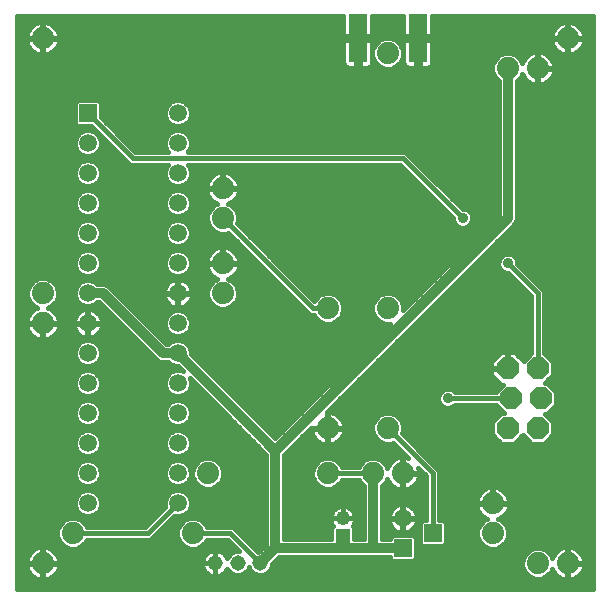
<source format=gbl>
G75*
G70*
%OFA0B0*%
%FSLAX24Y24*%
%IPPOS*%
%LPD*%
%AMOC8*
5,1,8,0,0,1.08239X$1,22.5*
%
%ADD10C,0.0515*%
%ADD11OC8,0.0740*%
%ADD12R,0.0600X0.1600*%
%ADD13C,0.0740*%
%ADD14R,0.0590X0.0590*%
%ADD15C,0.0590*%
%ADD16R,0.0480X0.0480*%
%ADD17C,0.0480*%
%ADD18C,0.0320*%
%ADD19C,0.0160*%
%ADD20C,0.0356*%
D10*
X007430Y002180D03*
X008180Y002180D03*
X008930Y002180D03*
D11*
X017180Y006680D03*
X017280Y007680D03*
X018280Y007680D03*
X018180Y006680D03*
X018180Y008680D03*
X017180Y008680D03*
D12*
X014180Y019680D03*
X012180Y019680D03*
D13*
X013180Y019180D03*
X017180Y018680D03*
X018180Y018680D03*
X019180Y019680D03*
X013180Y010680D03*
X011180Y010680D03*
X007680Y011180D03*
X007680Y012180D03*
X007680Y013680D03*
X007680Y014680D03*
X001680Y011180D03*
X001680Y010180D03*
X007180Y005180D03*
X006680Y003180D03*
X002680Y003180D03*
X001680Y002180D03*
X011180Y005180D03*
X011180Y006680D03*
X012680Y005180D03*
X013680Y005180D03*
X013180Y006680D03*
X016680Y004180D03*
X016680Y003180D03*
X018180Y002180D03*
X019180Y002180D03*
X001680Y019680D03*
D14*
X003180Y017180D03*
X014680Y003180D03*
X013680Y002680D03*
D15*
X013680Y003680D03*
X006180Y004180D03*
X006180Y005180D03*
X006180Y006180D03*
X006180Y007180D03*
X006180Y008180D03*
X006180Y009180D03*
X006180Y010180D03*
X006180Y011180D03*
X006180Y012180D03*
X006180Y013180D03*
X006180Y014180D03*
X006180Y015180D03*
X006180Y016180D03*
X006180Y017180D03*
X003180Y016180D03*
X003180Y015180D03*
X003180Y014180D03*
X003180Y013180D03*
X003180Y012180D03*
X003180Y011180D03*
X003180Y010180D03*
X003180Y009180D03*
X003180Y008180D03*
X003180Y007180D03*
X003180Y006180D03*
X003180Y005180D03*
X003180Y004180D03*
D16*
X011680Y003090D03*
D17*
X011680Y003680D03*
D18*
X011680Y003090D02*
X011680Y002680D01*
X012680Y002680D01*
X012680Y005180D01*
X012680Y002680D02*
X013680Y002680D01*
X011680Y002680D02*
X009430Y002680D01*
X008930Y002180D01*
X009430Y002680D02*
X009430Y005930D01*
X017180Y013680D01*
X017180Y018680D01*
X006180Y009180D02*
X009430Y005930D01*
X006180Y009180D02*
X005680Y009180D01*
X003680Y011180D01*
X003180Y011180D01*
D19*
X000820Y020410D02*
X000820Y001320D01*
X020032Y001320D01*
X020032Y020410D01*
X014660Y020410D01*
X014660Y019750D01*
X014250Y019750D01*
X014250Y019610D01*
X014660Y019610D01*
X014660Y018856D01*
X014648Y018811D01*
X014624Y018769D01*
X014591Y018736D01*
X014549Y018712D01*
X014504Y018700D01*
X014250Y018700D01*
X014250Y019610D01*
X014110Y019610D01*
X013700Y019610D01*
X013700Y018856D01*
X013712Y018811D01*
X013736Y018769D01*
X013769Y018736D01*
X013811Y018712D01*
X013856Y018700D01*
X014110Y018700D01*
X014110Y019610D01*
X014110Y019750D01*
X013700Y019750D01*
X013700Y020410D01*
X012660Y020410D01*
X012660Y019750D01*
X012250Y019750D01*
X012250Y019610D01*
X012660Y019610D01*
X012660Y018856D01*
X012648Y018811D01*
X012624Y018769D01*
X012591Y018736D01*
X012549Y018712D01*
X012504Y018700D01*
X012250Y018700D01*
X012250Y019610D01*
X012110Y019610D01*
X012110Y018700D01*
X011856Y018700D01*
X011811Y018712D01*
X011769Y018736D01*
X011736Y018769D01*
X011712Y018811D01*
X011700Y018856D01*
X011700Y019610D01*
X012110Y019610D01*
X012110Y019750D01*
X011700Y019750D01*
X011700Y020410D01*
X000820Y020410D01*
X000820Y020359D02*
X011700Y020359D01*
X011700Y020200D02*
X001859Y020200D01*
X001891Y020190D02*
X001809Y020216D01*
X001723Y020230D01*
X001700Y020230D01*
X001700Y019700D01*
X001660Y019700D01*
X001660Y020230D01*
X001637Y020230D01*
X001551Y020216D01*
X001469Y020190D01*
X001392Y020150D01*
X001322Y020100D01*
X001260Y020038D01*
X001210Y019968D01*
X001170Y019891D01*
X001144Y019809D01*
X001130Y019723D01*
X001130Y019700D01*
X001660Y019700D01*
X001660Y019660D01*
X001130Y019660D01*
X001130Y019637D01*
X001144Y019551D01*
X001170Y019469D01*
X001210Y019392D01*
X001260Y019322D01*
X001322Y019260D01*
X001392Y019210D01*
X001469Y019170D01*
X001551Y019144D01*
X001637Y019130D01*
X001660Y019130D01*
X001660Y019660D01*
X001700Y019660D01*
X001700Y019700D01*
X002230Y019700D01*
X002230Y019723D01*
X002216Y019809D01*
X002190Y019891D01*
X002150Y019968D01*
X002100Y020038D01*
X002038Y020100D01*
X001968Y020150D01*
X001891Y020190D01*
X001700Y020200D02*
X001660Y020200D01*
X001660Y020042D02*
X001700Y020042D01*
X001700Y019883D02*
X001660Y019883D01*
X001660Y019725D02*
X001700Y019725D01*
X001700Y019660D02*
X002230Y019660D01*
X002230Y019637D01*
X002216Y019551D01*
X002190Y019469D01*
X002150Y019392D01*
X002100Y019322D01*
X002038Y019260D01*
X001968Y019210D01*
X001891Y019170D01*
X001809Y019144D01*
X001723Y019130D01*
X001700Y019130D01*
X001700Y019660D01*
X001700Y019566D02*
X001660Y019566D01*
X001660Y019408D02*
X001700Y019408D01*
X001700Y019249D02*
X001660Y019249D01*
X001337Y019249D02*
X000820Y019249D01*
X000820Y019091D02*
X011700Y019091D01*
X011700Y019249D02*
X002023Y019249D01*
X002158Y019408D02*
X011700Y019408D01*
X011700Y019566D02*
X002219Y019566D01*
X002230Y019725D02*
X012110Y019725D01*
X012250Y019725D02*
X014110Y019725D01*
X014250Y019725D02*
X018630Y019725D01*
X018630Y019723D02*
X018630Y019700D01*
X019160Y019700D01*
X019160Y020230D01*
X019137Y020230D01*
X019051Y020216D01*
X018969Y020190D01*
X018892Y020150D01*
X018822Y020100D01*
X018760Y020038D01*
X018710Y019968D01*
X018670Y019891D01*
X018644Y019809D01*
X018630Y019723D01*
X018630Y019660D02*
X018630Y019637D01*
X018644Y019551D01*
X018670Y019469D01*
X018710Y019392D01*
X018760Y019322D01*
X018822Y019260D01*
X018892Y019210D01*
X018969Y019170D01*
X019051Y019144D01*
X019137Y019130D01*
X019160Y019130D01*
X019160Y019660D01*
X018630Y019660D01*
X018641Y019566D02*
X014660Y019566D01*
X014660Y019408D02*
X018702Y019408D01*
X018837Y019249D02*
X014660Y019249D01*
X014660Y019091D02*
X016869Y019091D01*
X016891Y019112D02*
X016748Y018969D01*
X016670Y018781D01*
X016670Y018579D01*
X016748Y018391D01*
X016880Y018259D01*
X016880Y013804D01*
X013690Y010614D01*
X013690Y010781D01*
X013612Y010969D01*
X013469Y011112D01*
X013281Y011190D01*
X013079Y011190D01*
X012891Y011112D01*
X012748Y010969D01*
X012670Y010781D01*
X012670Y010579D01*
X012748Y010391D01*
X012891Y010248D01*
X013079Y010170D01*
X013246Y010170D01*
X009430Y006354D01*
X006615Y009169D01*
X006615Y009267D01*
X006549Y009426D01*
X006426Y009549D01*
X006267Y009615D01*
X006093Y009615D01*
X005934Y009549D01*
X005865Y009480D01*
X005804Y009480D01*
X003850Y011434D01*
X003740Y011480D01*
X003495Y011480D01*
X003426Y011549D01*
X003267Y011615D01*
X003093Y011615D01*
X002934Y011549D01*
X002811Y011426D01*
X002745Y011267D01*
X002745Y011093D01*
X002811Y010934D01*
X002934Y010811D01*
X003093Y010745D01*
X003267Y010745D01*
X003426Y010811D01*
X003495Y010880D01*
X003556Y010880D01*
X005426Y009010D01*
X005510Y008926D01*
X005620Y008880D01*
X005865Y008880D01*
X005934Y008811D01*
X006093Y008745D01*
X006191Y008745D01*
X006359Y008577D01*
X006267Y008615D01*
X006093Y008615D01*
X005934Y008549D01*
X005811Y008426D01*
X005745Y008267D01*
X005745Y008093D01*
X005811Y007934D01*
X005934Y007811D01*
X006093Y007745D01*
X006267Y007745D01*
X006426Y007811D01*
X006549Y007934D01*
X006615Y008093D01*
X006615Y008267D01*
X006577Y008359D01*
X009130Y005806D01*
X009130Y002804D01*
X008903Y002577D01*
X008851Y002577D01*
X008846Y002575D01*
X008021Y003400D01*
X007141Y003400D01*
X007112Y003469D01*
X006969Y003612D01*
X006781Y003690D01*
X006579Y003690D01*
X006391Y003612D01*
X006248Y003469D01*
X006170Y003281D01*
X006170Y003079D01*
X006248Y002891D01*
X006391Y002748D01*
X006579Y002670D01*
X006781Y002670D01*
X006969Y002748D01*
X007112Y002891D01*
X007141Y002960D01*
X007839Y002960D01*
X008221Y002577D01*
X008101Y002577D01*
X007955Y002517D01*
X007843Y002405D01*
X007827Y002365D01*
X007804Y002409D01*
X007764Y002465D01*
X007715Y002514D01*
X007659Y002554D01*
X007598Y002585D01*
X007532Y002607D01*
X007464Y002617D01*
X007430Y002617D01*
X007396Y002617D01*
X007328Y002607D01*
X007262Y002585D01*
X007201Y002554D01*
X007145Y002514D01*
X007096Y002465D01*
X007056Y002409D01*
X007025Y002348D01*
X007003Y002282D01*
X006993Y002214D01*
X006993Y002180D01*
X006993Y002146D01*
X007003Y002078D01*
X007025Y002012D01*
X007056Y001951D01*
X007096Y001895D01*
X007145Y001846D01*
X007201Y001806D01*
X007262Y001775D01*
X007328Y001753D01*
X007396Y001743D01*
X007430Y001743D01*
X007464Y001743D01*
X007532Y001753D01*
X007598Y001775D01*
X007659Y001806D01*
X007715Y001846D01*
X007764Y001895D01*
X007804Y001951D01*
X007827Y001995D01*
X007843Y001955D01*
X007955Y001843D01*
X008101Y001783D01*
X008259Y001783D01*
X008405Y001843D01*
X008517Y001955D01*
X008555Y002047D01*
X008593Y001955D01*
X008705Y001843D01*
X008851Y001783D01*
X009009Y001783D01*
X009155Y001843D01*
X009267Y001955D01*
X009327Y002101D01*
X009327Y002153D01*
X009554Y002380D01*
X013245Y002380D01*
X013245Y002327D01*
X013327Y002245D01*
X014033Y002245D01*
X014115Y002327D01*
X014115Y003033D01*
X014033Y003115D01*
X013327Y003115D01*
X013245Y003033D01*
X013245Y002980D01*
X012980Y002980D01*
X012980Y004759D01*
X013112Y004891D01*
X013159Y005004D01*
X013170Y004969D01*
X013210Y004892D01*
X013260Y004822D01*
X013322Y004760D01*
X013392Y004710D01*
X013469Y004670D01*
X013551Y004644D01*
X013637Y004630D01*
X013660Y004630D01*
X013660Y005160D01*
X013700Y005160D01*
X013700Y005200D01*
X014230Y005200D01*
X014230Y005223D01*
X014216Y005309D01*
X014205Y005344D01*
X014460Y005089D01*
X014460Y003615D01*
X014327Y003615D01*
X014245Y003533D01*
X014245Y002827D01*
X014327Y002745D01*
X015033Y002745D01*
X015115Y002827D01*
X015115Y003533D01*
X015033Y003615D01*
X014900Y003615D01*
X014900Y005271D01*
X014771Y005400D01*
X013661Y006510D01*
X013690Y006579D01*
X013690Y006781D01*
X013612Y006969D01*
X013469Y007112D01*
X013281Y007190D01*
X013079Y007190D01*
X012891Y007112D01*
X012748Y006969D01*
X012670Y006781D01*
X012670Y006579D01*
X012748Y006391D01*
X012891Y006248D01*
X013079Y006170D01*
X013281Y006170D01*
X013350Y006199D01*
X013844Y005705D01*
X013809Y005716D01*
X013723Y005730D01*
X013700Y005730D01*
X013700Y005200D01*
X013660Y005200D01*
X013660Y005730D01*
X013637Y005730D01*
X013551Y005716D01*
X013469Y005690D01*
X013392Y005650D01*
X013322Y005600D01*
X013260Y005538D01*
X013210Y005468D01*
X013170Y005391D01*
X013159Y005356D01*
X013112Y005469D01*
X012969Y005612D01*
X012781Y005690D01*
X012579Y005690D01*
X012391Y005612D01*
X012248Y005469D01*
X012219Y005400D01*
X011641Y005400D01*
X011612Y005469D01*
X011469Y005612D01*
X011281Y005690D01*
X011079Y005690D01*
X010891Y005612D01*
X010748Y005469D01*
X010670Y005281D01*
X010670Y005079D01*
X010748Y004891D01*
X010891Y004748D01*
X011079Y004670D01*
X011281Y004670D01*
X011469Y004748D01*
X011612Y004891D01*
X011641Y004960D01*
X012219Y004960D01*
X012248Y004891D01*
X012380Y004759D01*
X012380Y002980D01*
X012060Y002980D01*
X012060Y003388D01*
X012018Y003430D01*
X012039Y003460D01*
X012069Y003519D01*
X012090Y003582D01*
X012100Y003647D01*
X012100Y003680D01*
X012100Y003713D01*
X012090Y003778D01*
X012069Y003841D01*
X012039Y003900D01*
X012000Y003954D01*
X011954Y004000D01*
X011900Y004039D01*
X011841Y004069D01*
X011778Y004090D01*
X011713Y004100D01*
X011680Y004100D01*
X011680Y003680D01*
X011680Y003680D01*
X012100Y003680D01*
X011680Y003680D01*
X011680Y003680D01*
X011680Y003680D01*
X011260Y003680D01*
X011260Y003713D01*
X011270Y003778D01*
X011291Y003841D01*
X011321Y003900D01*
X011360Y003954D01*
X011406Y004000D01*
X011460Y004039D01*
X011519Y004069D01*
X011582Y004090D01*
X011647Y004100D01*
X011680Y004100D01*
X011680Y003680D01*
X011260Y003680D01*
X011260Y003647D01*
X011270Y003582D01*
X011291Y003519D01*
X011321Y003460D01*
X011342Y003430D01*
X011300Y003388D01*
X011300Y002980D01*
X009730Y002980D01*
X009730Y005806D01*
X010630Y006706D01*
X010630Y006689D01*
X011171Y006689D01*
X011171Y007230D01*
X011154Y007230D01*
X017350Y013426D01*
X017434Y013510D01*
X017480Y013620D01*
X017480Y018259D01*
X017612Y018391D01*
X017659Y018504D01*
X017670Y018469D01*
X017710Y018392D01*
X017760Y018322D01*
X017822Y018260D01*
X017892Y018210D01*
X017969Y018170D01*
X018051Y018144D01*
X018137Y018130D01*
X018160Y018130D01*
X018160Y018660D01*
X018200Y018660D01*
X018200Y018700D01*
X018160Y018700D01*
X018160Y019230D01*
X018137Y019230D01*
X018051Y019216D01*
X017969Y019190D01*
X017892Y019150D01*
X017822Y019100D01*
X017760Y019038D01*
X017710Y018968D01*
X017670Y018891D01*
X017659Y018856D01*
X017612Y018969D01*
X017469Y019112D01*
X017281Y019190D01*
X017079Y019190D01*
X016891Y019112D01*
X016732Y018932D02*
X014660Y018932D01*
X014626Y018774D02*
X016670Y018774D01*
X016670Y018615D02*
X000820Y018615D01*
X000820Y018457D02*
X016721Y018457D01*
X016841Y018298D02*
X000820Y018298D01*
X000820Y018140D02*
X016880Y018140D01*
X016880Y017981D02*
X000820Y017981D01*
X000820Y017823D02*
X016880Y017823D01*
X016880Y017664D02*
X000820Y017664D01*
X000820Y017506D02*
X002745Y017506D01*
X002745Y017533D02*
X002745Y016827D01*
X002827Y016745D01*
X003304Y016745D01*
X004589Y015460D01*
X005845Y015460D01*
X005811Y015426D01*
X005745Y015267D01*
X005745Y015093D01*
X005811Y014934D01*
X005934Y014811D01*
X003426Y014811D01*
X003549Y014934D01*
X003615Y015093D01*
X003615Y015267D01*
X003549Y015426D01*
X003426Y015549D01*
X003267Y015615D01*
X003093Y015615D01*
X002934Y015549D01*
X002811Y015426D01*
X002745Y015267D01*
X002745Y015093D01*
X002811Y014934D01*
X002934Y014811D01*
X000820Y014811D01*
X000820Y014653D02*
X007130Y014653D01*
X007130Y014660D02*
X007130Y014637D01*
X007144Y014551D01*
X007170Y014469D01*
X007210Y014392D01*
X007260Y014322D01*
X007322Y014260D01*
X007392Y014210D01*
X007469Y014170D01*
X007504Y014159D01*
X007391Y014112D01*
X007248Y013969D01*
X007170Y013781D01*
X007170Y013579D01*
X007248Y013391D01*
X007391Y013248D01*
X007579Y013170D01*
X007781Y013170D01*
X007850Y013199D01*
X010460Y010589D01*
X010589Y010460D01*
X010719Y010460D01*
X010748Y010391D01*
X010891Y010248D01*
X011079Y010170D01*
X011281Y010170D01*
X011469Y010248D01*
X011612Y010391D01*
X011690Y010579D01*
X011690Y010781D01*
X011612Y010969D01*
X011469Y011112D01*
X011281Y011190D01*
X011079Y011190D01*
X010891Y011112D01*
X010748Y010969D01*
X010734Y010937D01*
X008161Y013510D01*
X008190Y013579D01*
X008190Y013781D01*
X008112Y013969D01*
X007969Y014112D01*
X007856Y014159D01*
X007891Y014170D01*
X007968Y014210D01*
X008038Y014260D01*
X008100Y014322D01*
X008150Y014392D01*
X008190Y014469D01*
X008216Y014551D01*
X008230Y014637D01*
X008230Y014660D01*
X007700Y014660D01*
X007700Y014700D01*
X008230Y014700D01*
X008230Y014723D01*
X008216Y014809D01*
X008190Y014891D01*
X008150Y014968D01*
X008100Y015038D01*
X008038Y015100D01*
X007968Y015150D01*
X007891Y015190D01*
X007809Y015216D01*
X007723Y015230D01*
X007700Y015230D01*
X007700Y014700D01*
X007660Y014700D01*
X007660Y015230D01*
X007637Y015230D01*
X007551Y015216D01*
X007469Y015190D01*
X007392Y015150D01*
X007322Y015100D01*
X007260Y015038D01*
X007210Y014968D01*
X007170Y014891D01*
X007144Y014809D01*
X007130Y014723D01*
X007130Y014700D01*
X007660Y014700D01*
X007660Y014660D01*
X007130Y014660D01*
X007144Y014811D02*
X006426Y014811D01*
X006549Y014934D01*
X006615Y015093D01*
X006615Y015267D01*
X006549Y015426D01*
X006515Y015460D01*
X013589Y015460D01*
X015362Y013687D01*
X015362Y013617D01*
X015410Y013500D01*
X015500Y013410D01*
X015617Y013362D01*
X015743Y013362D01*
X015860Y013410D01*
X015950Y013500D01*
X015998Y013617D01*
X015998Y013743D01*
X015950Y013860D01*
X016880Y013860D01*
X016880Y014019D02*
X015653Y014019D01*
X015673Y013998D02*
X013900Y015771D01*
X013771Y015900D01*
X006515Y015900D01*
X006549Y015934D01*
X006615Y016093D01*
X006615Y016267D01*
X006549Y016426D01*
X006426Y016549D01*
X006267Y016615D01*
X006093Y016615D01*
X005934Y016549D01*
X005811Y016426D01*
X005745Y016267D01*
X005745Y016093D01*
X005811Y015934D01*
X005845Y015900D01*
X004771Y015900D01*
X003615Y017056D01*
X003615Y017533D01*
X003533Y017615D01*
X002827Y017615D01*
X002745Y017533D01*
X002745Y017347D02*
X000820Y017347D01*
X000820Y017189D02*
X002745Y017189D01*
X002745Y017030D02*
X000820Y017030D01*
X000820Y016872D02*
X002745Y016872D01*
X002934Y016549D02*
X002811Y016426D01*
X002745Y016267D01*
X002745Y016093D01*
X002811Y015934D01*
X002934Y015811D01*
X003093Y015745D01*
X003267Y015745D01*
X003426Y015811D01*
X003549Y015934D01*
X003615Y016093D01*
X003615Y016267D01*
X003549Y016426D01*
X003426Y016549D01*
X003267Y016615D01*
X003093Y016615D01*
X002934Y016549D01*
X002947Y016555D02*
X000820Y016555D01*
X000820Y016713D02*
X003336Y016713D01*
X003413Y016555D02*
X003494Y016555D01*
X003561Y016396D02*
X003653Y016396D01*
X003615Y016238D02*
X003811Y016238D01*
X003970Y016079D02*
X003609Y016079D01*
X003536Y015921D02*
X004128Y015921D01*
X004287Y015762D02*
X003308Y015762D01*
X003294Y015604D02*
X004445Y015604D01*
X004680Y015680D02*
X003180Y017180D01*
X003615Y017189D02*
X005745Y017189D01*
X005745Y017267D02*
X005745Y017093D01*
X005811Y016934D01*
X005934Y016811D01*
X006093Y016745D01*
X006267Y016745D01*
X006426Y016811D01*
X006549Y016934D01*
X006615Y017093D01*
X006615Y017267D01*
X006549Y017426D01*
X006426Y017549D01*
X006267Y017615D01*
X006093Y017615D01*
X005934Y017549D01*
X005811Y017426D01*
X005745Y017267D01*
X005778Y017347D02*
X003615Y017347D01*
X003615Y017506D02*
X005890Y017506D01*
X005771Y017030D02*
X003641Y017030D01*
X003800Y016872D02*
X005873Y016872D01*
X005947Y016555D02*
X004117Y016555D01*
X003958Y016713D02*
X016880Y016713D01*
X016880Y016555D02*
X006413Y016555D01*
X006561Y016396D02*
X016880Y016396D01*
X016880Y016238D02*
X006615Y016238D01*
X006609Y016079D02*
X016880Y016079D01*
X016880Y015921D02*
X006536Y015921D01*
X006530Y015445D02*
X013604Y015445D01*
X013762Y015287D02*
X006607Y015287D01*
X006615Y015128D02*
X007361Y015128D01*
X007211Y014970D02*
X006564Y014970D01*
X006426Y014811D02*
X006267Y014745D01*
X006093Y014745D01*
X005934Y014811D01*
X005796Y014970D02*
X003564Y014970D01*
X003615Y015128D02*
X005745Y015128D01*
X005753Y015287D02*
X003607Y015287D01*
X003530Y015445D02*
X005830Y015445D01*
X005824Y015921D02*
X004751Y015921D01*
X004592Y016079D02*
X005751Y016079D01*
X005745Y016238D02*
X004434Y016238D01*
X004275Y016396D02*
X005799Y016396D01*
X006487Y016872D02*
X016880Y016872D01*
X016880Y017030D02*
X006589Y017030D01*
X006615Y017189D02*
X016880Y017189D01*
X016880Y017347D02*
X006582Y017347D01*
X006470Y017506D02*
X016880Y017506D01*
X017480Y017506D02*
X020032Y017506D01*
X020032Y017664D02*
X017480Y017664D01*
X017480Y017823D02*
X020032Y017823D01*
X020032Y017981D02*
X017480Y017981D01*
X017480Y018140D02*
X018077Y018140D01*
X018160Y018140D02*
X018200Y018140D01*
X018200Y018130D02*
X018223Y018130D01*
X018309Y018144D01*
X018391Y018170D01*
X018468Y018210D01*
X018538Y018260D01*
X018600Y018322D01*
X018650Y018392D01*
X018690Y018469D01*
X018716Y018551D01*
X018730Y018637D01*
X018730Y018660D01*
X018200Y018660D01*
X018200Y018130D01*
X018283Y018140D02*
X020032Y018140D01*
X020032Y018298D02*
X018576Y018298D01*
X018683Y018457D02*
X020032Y018457D01*
X020032Y018615D02*
X018727Y018615D01*
X018730Y018700D02*
X018730Y018723D01*
X018716Y018809D01*
X018690Y018891D01*
X018650Y018968D01*
X018600Y019038D01*
X018538Y019100D01*
X018468Y019150D01*
X018391Y019190D01*
X018309Y019216D01*
X018223Y019230D01*
X018200Y019230D01*
X018200Y018700D01*
X018730Y018700D01*
X018722Y018774D02*
X020032Y018774D01*
X020032Y018932D02*
X018669Y018932D01*
X018547Y019091D02*
X020032Y019091D01*
X020032Y019249D02*
X019523Y019249D01*
X019538Y019260D02*
X019600Y019322D01*
X019650Y019392D01*
X019690Y019469D01*
X019716Y019551D01*
X019730Y019637D01*
X019730Y019660D01*
X019200Y019660D01*
X019200Y019700D01*
X019160Y019700D01*
X019160Y019660D01*
X019200Y019660D01*
X019200Y019130D01*
X019223Y019130D01*
X019309Y019144D01*
X019391Y019170D01*
X019468Y019210D01*
X019538Y019260D01*
X019658Y019408D02*
X020032Y019408D01*
X020032Y019566D02*
X019719Y019566D01*
X019730Y019700D02*
X019730Y019723D01*
X019716Y019809D01*
X019690Y019891D01*
X019650Y019968D01*
X019600Y020038D01*
X019538Y020100D01*
X019468Y020150D01*
X019391Y020190D01*
X019309Y020216D01*
X019223Y020230D01*
X019200Y020230D01*
X019200Y019700D01*
X019730Y019700D01*
X019730Y019725D02*
X020032Y019725D01*
X020032Y019883D02*
X019692Y019883D01*
X019596Y020042D02*
X020032Y020042D01*
X020032Y020200D02*
X019359Y020200D01*
X019200Y020200D02*
X019160Y020200D01*
X019160Y020042D02*
X019200Y020042D01*
X019200Y019883D02*
X019160Y019883D01*
X019160Y019725D02*
X019200Y019725D01*
X019200Y019566D02*
X019160Y019566D01*
X019160Y019408D02*
X019200Y019408D01*
X019200Y019249D02*
X019160Y019249D01*
X018668Y019883D02*
X014660Y019883D01*
X014660Y020042D02*
X018764Y020042D01*
X019001Y020200D02*
X014660Y020200D01*
X014660Y020359D02*
X020032Y020359D01*
X018200Y019091D02*
X018160Y019091D01*
X018160Y018932D02*
X018200Y018932D01*
X018200Y018774D02*
X018160Y018774D01*
X018160Y018615D02*
X018200Y018615D01*
X018200Y018457D02*
X018160Y018457D01*
X018160Y018298D02*
X018200Y018298D01*
X017784Y018298D02*
X017519Y018298D01*
X017639Y018457D02*
X017677Y018457D01*
X017691Y018932D02*
X017628Y018932D01*
X017491Y019091D02*
X017813Y019091D01*
X017480Y017347D02*
X020032Y017347D01*
X020032Y017189D02*
X017480Y017189D01*
X017480Y017030D02*
X020032Y017030D01*
X020032Y016872D02*
X017480Y016872D01*
X017480Y016713D02*
X020032Y016713D01*
X020032Y016555D02*
X017480Y016555D01*
X017480Y016396D02*
X020032Y016396D01*
X020032Y016238D02*
X017480Y016238D01*
X017480Y016079D02*
X020032Y016079D01*
X020032Y015921D02*
X017480Y015921D01*
X017480Y015762D02*
X020032Y015762D01*
X020032Y015604D02*
X017480Y015604D01*
X017480Y015445D02*
X020032Y015445D01*
X020032Y015287D02*
X017480Y015287D01*
X017480Y015128D02*
X020032Y015128D01*
X020032Y014970D02*
X017480Y014970D01*
X017480Y014811D02*
X020032Y014811D01*
X020032Y014653D02*
X017480Y014653D01*
X017480Y014494D02*
X020032Y014494D01*
X020032Y014336D02*
X017480Y014336D01*
X017480Y014177D02*
X020032Y014177D01*
X020032Y014019D02*
X017480Y014019D01*
X017480Y013860D02*
X020032Y013860D01*
X020032Y013702D02*
X017480Y013702D01*
X017448Y013543D02*
X020032Y013543D01*
X020032Y013385D02*
X017309Y013385D01*
X017150Y013226D02*
X020032Y013226D01*
X020032Y013068D02*
X016992Y013068D01*
X016833Y012909D02*
X020032Y012909D01*
X020032Y012751D02*
X016675Y012751D01*
X016516Y012592D02*
X020032Y012592D01*
X020032Y012434D02*
X017376Y012434D01*
X017360Y012450D02*
X017243Y012498D01*
X017117Y012498D01*
X017000Y012450D01*
X016910Y012360D01*
X016862Y012243D01*
X016862Y012117D01*
X016910Y012000D01*
X017000Y011910D01*
X017117Y011862D01*
X017187Y011862D01*
X017960Y011089D01*
X017960Y009181D01*
X017708Y008930D01*
X017408Y009230D01*
X017200Y009230D01*
X017200Y008700D01*
X017160Y008700D01*
X017160Y009230D01*
X016952Y009230D01*
X016630Y008908D01*
X016630Y008700D01*
X017160Y008700D01*
X017160Y008660D01*
X016630Y008660D01*
X016630Y008452D01*
X016952Y008130D01*
X017009Y008130D01*
X016779Y007900D01*
X015410Y007900D01*
X015360Y007950D01*
X015243Y007998D01*
X015117Y007998D01*
X015000Y007950D01*
X014910Y007860D01*
X014862Y007743D01*
X014862Y007617D01*
X014910Y007500D01*
X015000Y007410D01*
X015117Y007362D01*
X015243Y007362D01*
X015360Y007410D01*
X015410Y007460D01*
X016779Y007460D01*
X017049Y007190D01*
X016969Y007190D01*
X016670Y006891D01*
X016670Y006469D01*
X016969Y006170D01*
X017391Y006170D01*
X017680Y006459D01*
X017969Y006170D01*
X018391Y006170D01*
X018690Y006469D01*
X018690Y006891D01*
X018411Y007170D01*
X018491Y007170D01*
X018790Y007469D01*
X018790Y007891D01*
X018491Y008190D01*
X018411Y008190D01*
X018690Y008469D01*
X018690Y008891D01*
X018400Y009181D01*
X018400Y011271D01*
X017498Y012173D01*
X017498Y012243D01*
X017450Y012360D01*
X017360Y012450D01*
X017485Y012275D02*
X020032Y012275D01*
X020032Y012117D02*
X017555Y012117D01*
X017713Y011958D02*
X020032Y011958D01*
X020032Y011800D02*
X017872Y011800D01*
X018030Y011641D02*
X020032Y011641D01*
X020032Y011483D02*
X018189Y011483D01*
X018347Y011324D02*
X020032Y011324D01*
X020032Y011166D02*
X018400Y011166D01*
X018400Y011007D02*
X020032Y011007D01*
X020032Y010849D02*
X018400Y010849D01*
X018400Y010690D02*
X020032Y010690D01*
X020032Y010532D02*
X018400Y010532D01*
X018400Y010373D02*
X020032Y010373D01*
X020032Y010215D02*
X018400Y010215D01*
X018400Y010056D02*
X020032Y010056D01*
X020032Y009898D02*
X018400Y009898D01*
X018400Y009739D02*
X020032Y009739D01*
X020032Y009581D02*
X018400Y009581D01*
X018400Y009422D02*
X020032Y009422D01*
X020032Y009264D02*
X018400Y009264D01*
X018476Y009105D02*
X020032Y009105D01*
X020032Y008947D02*
X018635Y008947D01*
X018690Y008788D02*
X020032Y008788D01*
X020032Y008630D02*
X018690Y008630D01*
X018690Y008471D02*
X020032Y008471D01*
X020032Y008313D02*
X018534Y008313D01*
X018527Y008154D02*
X020032Y008154D01*
X020032Y007996D02*
X018686Y007996D01*
X018790Y007837D02*
X020032Y007837D01*
X020032Y007679D02*
X018790Y007679D01*
X018790Y007520D02*
X020032Y007520D01*
X020032Y007362D02*
X018683Y007362D01*
X018524Y007203D02*
X020032Y007203D01*
X020032Y007045D02*
X018537Y007045D01*
X018690Y006886D02*
X020032Y006886D01*
X020032Y006728D02*
X018690Y006728D01*
X018690Y006569D02*
X020032Y006569D01*
X020032Y006411D02*
X018632Y006411D01*
X018473Y006252D02*
X020032Y006252D01*
X020032Y006094D02*
X014078Y006094D01*
X013919Y006252D02*
X016887Y006252D01*
X016728Y006411D02*
X013761Y006411D01*
X013686Y006569D02*
X016670Y006569D01*
X016670Y006728D02*
X013690Y006728D01*
X013647Y006886D02*
X016670Y006886D01*
X016823Y007045D02*
X013537Y007045D01*
X013180Y006680D02*
X014680Y005180D01*
X014680Y003180D01*
X015115Y003241D02*
X016170Y003241D01*
X016170Y003281D02*
X016170Y003079D01*
X016248Y002891D01*
X016391Y002748D01*
X016579Y002670D01*
X016781Y002670D01*
X016969Y002748D01*
X017112Y002891D01*
X017190Y003079D01*
X017190Y003281D01*
X017112Y003469D01*
X016969Y003612D01*
X016856Y003659D01*
X016891Y003670D01*
X016968Y003710D01*
X017038Y003760D01*
X017100Y003822D01*
X017150Y003892D01*
X017190Y003969D01*
X017216Y004051D01*
X017230Y004137D01*
X017230Y004160D01*
X016700Y004160D01*
X016700Y004200D01*
X017230Y004200D01*
X017230Y004223D01*
X017216Y004309D01*
X017190Y004391D01*
X017150Y004468D01*
X017100Y004538D01*
X017038Y004600D01*
X016968Y004650D01*
X016891Y004690D01*
X016809Y004716D01*
X016723Y004730D01*
X016700Y004730D01*
X016700Y004200D01*
X016660Y004200D01*
X016660Y004730D01*
X016637Y004730D01*
X016551Y004716D01*
X016469Y004690D01*
X016392Y004650D01*
X016322Y004600D01*
X016260Y004538D01*
X016210Y004468D01*
X016170Y004391D01*
X016144Y004309D01*
X016130Y004223D01*
X016130Y004200D01*
X016660Y004200D01*
X016660Y004160D01*
X016130Y004160D01*
X016130Y004137D01*
X016144Y004051D01*
X016170Y003969D01*
X016210Y003892D01*
X016260Y003822D01*
X016322Y003760D01*
X016392Y003710D01*
X016469Y003670D01*
X016504Y003659D01*
X016391Y003612D01*
X016248Y003469D01*
X016170Y003281D01*
X016219Y003399D02*
X015115Y003399D01*
X015090Y003558D02*
X016336Y003558D01*
X016383Y003716D02*
X014900Y003716D01*
X014900Y003875D02*
X016222Y003875D01*
X016149Y004033D02*
X014900Y004033D01*
X014900Y004192D02*
X016660Y004192D01*
X016700Y004192D02*
X020032Y004192D01*
X020032Y004350D02*
X017203Y004350D01*
X017121Y004509D02*
X020032Y004509D01*
X020032Y004667D02*
X016936Y004667D01*
X016700Y004667D02*
X016660Y004667D01*
X016660Y004509D02*
X016700Y004509D01*
X016700Y004350D02*
X016660Y004350D01*
X016424Y004667D02*
X014900Y004667D01*
X014900Y004509D02*
X016239Y004509D01*
X016157Y004350D02*
X014900Y004350D01*
X014460Y004350D02*
X012980Y004350D01*
X012980Y004192D02*
X014460Y004192D01*
X014460Y004033D02*
X013999Y004033D01*
X013989Y004042D02*
X013929Y004086D01*
X013862Y004120D01*
X013791Y004143D01*
X013717Y004155D01*
X013698Y004155D01*
X013698Y003698D01*
X013662Y003698D01*
X013662Y004155D01*
X013643Y004155D01*
X013569Y004143D01*
X013498Y004120D01*
X013431Y004086D01*
X013371Y004042D01*
X013318Y003989D01*
X013274Y003929D01*
X013240Y003862D01*
X013217Y003791D01*
X013205Y003717D01*
X013205Y003698D01*
X013662Y003698D01*
X013662Y003662D01*
X013205Y003662D01*
X013205Y003643D01*
X013217Y003569D01*
X013240Y003498D01*
X013274Y003431D01*
X013318Y003371D01*
X013371Y003318D01*
X013431Y003274D01*
X013498Y003240D01*
X013569Y003217D01*
X013643Y003205D01*
X013662Y003205D01*
X013662Y003662D01*
X013698Y003662D01*
X013698Y003698D01*
X014155Y003698D01*
X014155Y003717D01*
X014143Y003791D01*
X014120Y003862D01*
X014086Y003929D01*
X014042Y003989D01*
X013989Y004042D01*
X014114Y003875D02*
X014460Y003875D01*
X014460Y003716D02*
X014155Y003716D01*
X014155Y003662D02*
X013698Y003662D01*
X013698Y003205D01*
X013717Y003205D01*
X013791Y003217D01*
X013862Y003240D01*
X013929Y003274D01*
X013989Y003318D01*
X014042Y003371D01*
X014086Y003431D01*
X014120Y003498D01*
X014143Y003569D01*
X014155Y003643D01*
X014155Y003662D01*
X014140Y003558D02*
X014270Y003558D01*
X014245Y003399D02*
X014063Y003399D01*
X014245Y003241D02*
X013864Y003241D01*
X013698Y003241D02*
X013662Y003241D01*
X013662Y003399D02*
X013698Y003399D01*
X013698Y003558D02*
X013662Y003558D01*
X013662Y003716D02*
X013698Y003716D01*
X013698Y003875D02*
X013662Y003875D01*
X013662Y004033D02*
X013698Y004033D01*
X013361Y004033D02*
X012980Y004033D01*
X012980Y003875D02*
X013246Y003875D01*
X013205Y003716D02*
X012980Y003716D01*
X012980Y003558D02*
X013220Y003558D01*
X013297Y003399D02*
X012980Y003399D01*
X012980Y003241D02*
X013496Y003241D01*
X013294Y003082D02*
X012980Y003082D01*
X012380Y003082D02*
X012060Y003082D01*
X012060Y003241D02*
X012380Y003241D01*
X012380Y003399D02*
X012049Y003399D01*
X012082Y003558D02*
X012380Y003558D01*
X012380Y003716D02*
X012100Y003716D01*
X012052Y003875D02*
X012380Y003875D01*
X012380Y004033D02*
X011909Y004033D01*
X011680Y004033D02*
X011680Y004033D01*
X011680Y003875D02*
X011680Y003875D01*
X011680Y003716D02*
X011680Y003716D01*
X011451Y004033D02*
X009730Y004033D01*
X009730Y003875D02*
X011308Y003875D01*
X011260Y003716D02*
X009730Y003716D01*
X009730Y003558D02*
X011278Y003558D01*
X011311Y003399D02*
X009730Y003399D01*
X009730Y003241D02*
X011300Y003241D01*
X011300Y003082D02*
X009730Y003082D01*
X009130Y003082D02*
X008339Y003082D01*
X008181Y003241D02*
X009130Y003241D01*
X009130Y003399D02*
X008022Y003399D01*
X007930Y003180D02*
X008930Y002180D01*
X008586Y001973D02*
X008524Y001973D01*
X008335Y001814D02*
X008775Y001814D01*
X009085Y001814D02*
X017825Y001814D01*
X017891Y001748D02*
X018079Y001670D01*
X018281Y001670D01*
X018469Y001748D01*
X018612Y001891D01*
X018659Y002004D01*
X018670Y001969D01*
X018710Y001892D01*
X018760Y001822D01*
X018822Y001760D01*
X018892Y001710D01*
X018969Y001670D01*
X019051Y001644D01*
X019137Y001630D01*
X019160Y001630D01*
X019160Y002160D01*
X019200Y002160D01*
X019200Y002200D01*
X019160Y002200D01*
X019160Y002730D01*
X019137Y002730D01*
X019051Y002716D01*
X018969Y002690D01*
X018892Y002650D01*
X018822Y002600D01*
X018760Y002538D01*
X018710Y002468D01*
X018670Y002391D01*
X018659Y002356D01*
X018612Y002469D01*
X018469Y002612D01*
X018281Y002690D01*
X018079Y002690D01*
X017891Y002612D01*
X017748Y002469D01*
X017670Y002281D01*
X017670Y002079D01*
X017748Y001891D01*
X017891Y001748D01*
X017714Y001973D02*
X009274Y001973D01*
X009327Y002131D02*
X017670Y002131D01*
X017673Y002290D02*
X014077Y002290D01*
X014115Y002448D02*
X017739Y002448D01*
X017885Y002607D02*
X014115Y002607D01*
X014115Y002765D02*
X014307Y002765D01*
X014245Y002924D02*
X014115Y002924D01*
X014066Y003082D02*
X014245Y003082D01*
X015053Y002765D02*
X016374Y002765D01*
X016234Y002924D02*
X015115Y002924D01*
X015115Y003082D02*
X016170Y003082D01*
X016986Y002765D02*
X020032Y002765D01*
X020032Y002607D02*
X019529Y002607D01*
X019538Y002600D02*
X019468Y002650D01*
X019391Y002690D01*
X019309Y002716D01*
X019223Y002730D01*
X019200Y002730D01*
X019200Y002200D01*
X019730Y002200D01*
X019730Y002223D01*
X019716Y002309D01*
X019690Y002391D01*
X019650Y002468D01*
X019600Y002538D01*
X019538Y002600D01*
X019661Y002448D02*
X020032Y002448D01*
X020032Y002290D02*
X019720Y002290D01*
X019730Y002160D02*
X019200Y002160D01*
X019200Y001630D01*
X019223Y001630D01*
X019309Y001644D01*
X019391Y001670D01*
X019468Y001710D01*
X019538Y001760D01*
X019600Y001822D01*
X019650Y001892D01*
X019690Y001969D01*
X019716Y002051D01*
X019730Y002137D01*
X019730Y002160D01*
X019729Y002131D02*
X020032Y002131D01*
X020032Y001973D02*
X019691Y001973D01*
X019592Y001814D02*
X020032Y001814D01*
X020032Y001656D02*
X019346Y001656D01*
X019200Y001656D02*
X019160Y001656D01*
X019014Y001656D02*
X001846Y001656D01*
X001809Y001644D02*
X001891Y001670D01*
X001968Y001710D01*
X002038Y001760D01*
X002100Y001822D01*
X002150Y001892D01*
X002190Y001969D01*
X002216Y002051D01*
X002230Y002137D01*
X002230Y002160D01*
X001700Y002160D01*
X001700Y002200D01*
X001660Y002200D01*
X001660Y002730D01*
X001637Y002730D01*
X001551Y002716D01*
X001469Y002690D01*
X001392Y002650D01*
X001322Y002600D01*
X001260Y002538D01*
X001210Y002468D01*
X001170Y002391D01*
X001144Y002309D01*
X001130Y002223D01*
X001130Y002200D01*
X001660Y002200D01*
X001660Y002160D01*
X001130Y002160D01*
X001130Y002137D01*
X001144Y002051D01*
X001170Y001969D01*
X001210Y001892D01*
X001260Y001822D01*
X001322Y001760D01*
X001392Y001710D01*
X001469Y001670D01*
X001551Y001644D01*
X001637Y001630D01*
X001660Y001630D01*
X001660Y002160D01*
X001700Y002160D01*
X001700Y001630D01*
X001723Y001630D01*
X001809Y001644D01*
X001700Y001656D02*
X001660Y001656D01*
X001514Y001656D02*
X000820Y001656D01*
X000820Y001814D02*
X001268Y001814D01*
X001169Y001973D02*
X000820Y001973D01*
X000820Y002131D02*
X001131Y002131D01*
X001140Y002290D02*
X000820Y002290D01*
X000820Y002448D02*
X001199Y002448D01*
X001331Y002607D02*
X000820Y002607D01*
X000820Y002765D02*
X002374Y002765D01*
X002391Y002748D02*
X002579Y002670D01*
X002781Y002670D01*
X002969Y002748D01*
X003112Y002891D01*
X003141Y002960D01*
X005271Y002960D01*
X006067Y003756D01*
X006093Y003745D01*
X006267Y003745D01*
X006426Y003811D01*
X006549Y003934D01*
X006615Y004093D01*
X006615Y004267D01*
X006549Y004426D01*
X006426Y004549D01*
X006267Y004615D01*
X006093Y004615D01*
X005934Y004549D01*
X005811Y004426D01*
X005745Y004267D01*
X005745Y004093D01*
X005756Y004067D01*
X005089Y003400D01*
X003141Y003400D01*
X003112Y003469D01*
X002969Y003612D01*
X002781Y003690D01*
X002579Y003690D01*
X002391Y003612D01*
X002248Y003469D01*
X002170Y003281D01*
X002170Y003079D01*
X002248Y002891D01*
X002391Y002748D01*
X002234Y002924D02*
X000820Y002924D01*
X000820Y003082D02*
X002170Y003082D01*
X002170Y003241D02*
X000820Y003241D01*
X000820Y003399D02*
X002219Y003399D01*
X002336Y003558D02*
X000820Y003558D01*
X000820Y003716D02*
X005405Y003716D01*
X005563Y003875D02*
X003490Y003875D01*
X003549Y003934D02*
X003615Y004093D01*
X003615Y004267D01*
X003549Y004426D01*
X003426Y004549D01*
X003267Y004615D01*
X003093Y004615D01*
X002934Y004549D01*
X002811Y004426D01*
X002745Y004267D01*
X002745Y004093D01*
X002811Y003934D01*
X002934Y003811D01*
X003093Y003745D01*
X003267Y003745D01*
X003426Y003811D01*
X003549Y003934D01*
X003590Y004033D02*
X005722Y004033D01*
X005745Y004192D02*
X003615Y004192D01*
X003580Y004350D02*
X005780Y004350D01*
X005893Y004509D02*
X003467Y004509D01*
X003426Y004811D02*
X003267Y004745D01*
X003093Y004745D01*
X002934Y004811D01*
X002811Y004934D01*
X002745Y005093D01*
X002745Y005267D01*
X002811Y005426D01*
X002934Y005549D01*
X003093Y005615D01*
X003267Y005615D01*
X003426Y005549D01*
X003549Y005426D01*
X003615Y005267D01*
X003615Y005093D01*
X003549Y004934D01*
X003426Y004811D01*
X003441Y004826D02*
X005919Y004826D01*
X005934Y004811D02*
X006093Y004745D01*
X006267Y004745D01*
X006426Y004811D01*
X006549Y004934D01*
X006615Y005093D01*
X006615Y005267D01*
X006549Y005426D01*
X006426Y005549D01*
X006267Y005615D01*
X006093Y005615D01*
X005934Y005549D01*
X005811Y005426D01*
X005745Y005267D01*
X005745Y005093D01*
X005811Y004934D01*
X005934Y004811D01*
X005790Y004984D02*
X003570Y004984D01*
X003615Y005143D02*
X005745Y005143D01*
X005759Y005301D02*
X003601Y005301D01*
X003516Y005460D02*
X005844Y005460D01*
X005934Y005811D02*
X006093Y005745D01*
X006267Y005745D01*
X006426Y005811D01*
X006549Y005934D01*
X006615Y006093D01*
X006615Y006267D01*
X006549Y006426D01*
X006426Y006549D01*
X006267Y006615D01*
X006093Y006615D01*
X005934Y006549D01*
X005811Y006426D01*
X005745Y006267D01*
X005745Y006093D01*
X005811Y005934D01*
X005934Y005811D01*
X006017Y005777D02*
X003343Y005777D01*
X003267Y005745D02*
X003093Y005745D01*
X002934Y005811D01*
X002811Y005934D01*
X002745Y006093D01*
X002745Y006267D01*
X002811Y006426D01*
X002934Y006549D01*
X003093Y006615D01*
X003267Y006615D01*
X003426Y006549D01*
X003549Y006426D01*
X003615Y006267D01*
X003615Y006093D01*
X003549Y005934D01*
X003426Y005811D01*
X003267Y005745D01*
X003017Y005777D02*
X000820Y005777D01*
X000820Y005935D02*
X002811Y005935D01*
X002745Y006094D02*
X000820Y006094D01*
X000820Y006252D02*
X002745Y006252D01*
X002805Y006411D02*
X000820Y006411D01*
X000820Y006569D02*
X002982Y006569D01*
X003093Y006745D02*
X002934Y006811D01*
X002811Y006934D01*
X002745Y007093D01*
X002745Y007267D01*
X002811Y007426D01*
X002934Y007549D01*
X003093Y007615D01*
X003267Y007615D01*
X003426Y007549D01*
X003549Y007426D01*
X003615Y007267D01*
X003615Y007093D01*
X003549Y006934D01*
X003426Y006811D01*
X003267Y006745D01*
X003093Y006745D01*
X002859Y006886D02*
X000820Y006886D01*
X000820Y006728D02*
X008208Y006728D01*
X008050Y006886D02*
X006501Y006886D01*
X006549Y006934D02*
X006615Y007093D01*
X006615Y007267D01*
X006549Y007426D01*
X006426Y007549D01*
X006267Y007615D01*
X006093Y007615D01*
X005934Y007549D01*
X005811Y007426D01*
X005745Y007267D01*
X005745Y007093D01*
X005811Y006934D01*
X005934Y006811D01*
X006093Y006745D01*
X006267Y006745D01*
X006426Y006811D01*
X006549Y006934D01*
X006595Y007045D02*
X007891Y007045D01*
X007733Y007203D02*
X006615Y007203D01*
X006576Y007362D02*
X007574Y007362D01*
X007416Y007520D02*
X006455Y007520D01*
X006452Y007837D02*
X007099Y007837D01*
X007257Y007679D02*
X000820Y007679D01*
X000820Y007837D02*
X002908Y007837D01*
X002934Y007811D02*
X003093Y007745D01*
X003267Y007745D01*
X003426Y007811D01*
X003549Y007934D01*
X003615Y008093D01*
X003615Y008267D01*
X003549Y008426D01*
X003426Y008549D01*
X003267Y008615D01*
X003093Y008615D01*
X002934Y008549D01*
X002811Y008426D01*
X002745Y008267D01*
X002745Y008093D01*
X002811Y007934D01*
X002934Y007811D01*
X002786Y007996D02*
X000820Y007996D01*
X000820Y008154D02*
X002745Y008154D01*
X002764Y008313D02*
X000820Y008313D01*
X000820Y008471D02*
X002856Y008471D01*
X002934Y008811D02*
X003093Y008745D01*
X003267Y008745D01*
X003426Y008811D01*
X003549Y008934D01*
X003615Y009093D01*
X003615Y009267D01*
X003549Y009426D01*
X003426Y009549D01*
X003267Y009615D01*
X003093Y009615D01*
X002934Y009549D01*
X002811Y009426D01*
X002745Y009267D01*
X002745Y009093D01*
X002811Y008934D01*
X002934Y008811D01*
X002990Y008788D02*
X000820Y008788D01*
X000820Y008630D02*
X006306Y008630D01*
X005990Y008788D02*
X003370Y008788D01*
X003554Y008947D02*
X005489Y008947D01*
X005331Y009105D02*
X003615Y009105D01*
X003615Y009264D02*
X005172Y009264D01*
X005014Y009422D02*
X003551Y009422D01*
X003350Y009581D02*
X004855Y009581D01*
X004697Y009739D02*
X003360Y009739D01*
X003362Y009740D02*
X003429Y009774D01*
X003489Y009818D01*
X003542Y009871D01*
X003586Y009931D01*
X003620Y009998D01*
X003643Y010069D01*
X003655Y010143D01*
X003655Y010162D01*
X003198Y010162D01*
X003198Y010198D01*
X003655Y010198D01*
X003655Y010217D01*
X003643Y010291D01*
X003620Y010362D01*
X003586Y010429D01*
X003542Y010489D01*
X003489Y010542D01*
X003429Y010586D01*
X003362Y010620D01*
X003291Y010643D01*
X003217Y010655D01*
X003198Y010655D01*
X003198Y010198D01*
X003162Y010198D01*
X003162Y010655D01*
X003143Y010655D01*
X003069Y010643D01*
X002998Y010620D01*
X002931Y010586D01*
X002871Y010542D01*
X002818Y010489D01*
X002774Y010429D01*
X002740Y010362D01*
X002717Y010291D01*
X002705Y010217D01*
X002705Y010198D01*
X003162Y010198D01*
X003162Y010162D01*
X003198Y010162D01*
X003198Y009705D01*
X003217Y009705D01*
X003291Y009717D01*
X003362Y009740D01*
X003198Y009739D02*
X003162Y009739D01*
X003162Y009705D02*
X003162Y010162D01*
X002705Y010162D01*
X002705Y010143D01*
X002717Y010069D01*
X002740Y009998D01*
X002774Y009931D01*
X002818Y009871D01*
X002871Y009818D01*
X002931Y009774D01*
X002998Y009740D01*
X003069Y009717D01*
X003143Y009705D01*
X003162Y009705D01*
X003000Y009739D02*
X002009Y009739D01*
X002038Y009760D02*
X002100Y009822D01*
X002150Y009892D01*
X002190Y009969D01*
X002216Y010051D01*
X002230Y010137D01*
X002230Y010160D01*
X001700Y010160D01*
X001700Y010200D01*
X002230Y010200D01*
X002230Y010223D01*
X002216Y010309D01*
X002190Y010391D01*
X002150Y010468D01*
X002100Y010538D01*
X002038Y010600D01*
X001968Y010650D01*
X001891Y010690D01*
X001856Y010701D01*
X001969Y010748D01*
X002112Y010891D01*
X002190Y011079D01*
X002190Y011281D01*
X002112Y011469D01*
X001969Y011612D01*
X001781Y011690D01*
X001579Y011690D01*
X001391Y011612D01*
X001248Y011469D01*
X001170Y011281D01*
X001170Y011079D01*
X001248Y010891D01*
X001391Y010748D01*
X001504Y010701D01*
X001469Y010690D01*
X001392Y010650D01*
X001322Y010600D01*
X001260Y010538D01*
X001210Y010468D01*
X001170Y010391D01*
X001144Y010309D01*
X001130Y010223D01*
X001130Y010200D01*
X001660Y010200D01*
X001660Y010160D01*
X001130Y010160D01*
X001130Y010137D01*
X001144Y010051D01*
X001170Y009969D01*
X001210Y009892D01*
X001260Y009822D01*
X001322Y009760D01*
X001392Y009710D01*
X001469Y009670D01*
X001551Y009644D01*
X001637Y009630D01*
X001660Y009630D01*
X001660Y010160D01*
X001700Y010160D01*
X001700Y009630D01*
X001723Y009630D01*
X001809Y009644D01*
X001891Y009670D01*
X001968Y009710D01*
X002038Y009760D01*
X002153Y009898D02*
X002798Y009898D01*
X002721Y010056D02*
X002217Y010056D01*
X002230Y010215D02*
X002705Y010215D01*
X002745Y010373D02*
X002196Y010373D01*
X002104Y010532D02*
X002860Y010532D01*
X003162Y010532D02*
X003198Y010532D01*
X003198Y010373D02*
X003162Y010373D01*
X003162Y010215D02*
X003198Y010215D01*
X003198Y010056D02*
X003162Y010056D01*
X003162Y009898D02*
X003198Y009898D01*
X003562Y009898D02*
X004538Y009898D01*
X004380Y010056D02*
X003639Y010056D01*
X003655Y010215D02*
X004221Y010215D01*
X004063Y010373D02*
X003615Y010373D01*
X003500Y010532D02*
X003904Y010532D01*
X003746Y010690D02*
X001890Y010690D01*
X002070Y010849D02*
X002896Y010849D01*
X002781Y011007D02*
X002160Y011007D01*
X002190Y011166D02*
X002745Y011166D01*
X002769Y011324D02*
X002172Y011324D01*
X002099Y011483D02*
X002867Y011483D01*
X002934Y011811D02*
X003093Y011745D01*
X003267Y011745D01*
X003426Y011811D01*
X003549Y011934D01*
X003615Y012093D01*
X003615Y012267D01*
X003549Y012426D01*
X003426Y012549D01*
X003267Y012615D01*
X003093Y012615D01*
X002934Y012549D01*
X002811Y012426D01*
X002745Y012267D01*
X002745Y012093D01*
X002811Y011934D01*
X002934Y011811D01*
X002962Y011800D02*
X000820Y011800D01*
X000820Y011958D02*
X002801Y011958D01*
X002745Y012117D02*
X000820Y012117D01*
X000820Y012275D02*
X002749Y012275D01*
X002818Y012434D02*
X000820Y012434D01*
X000820Y012592D02*
X003038Y012592D01*
X003093Y012745D02*
X002934Y012811D01*
X002811Y012934D01*
X002745Y013093D01*
X002745Y013267D01*
X002811Y013426D01*
X002934Y013549D01*
X003093Y013615D01*
X003267Y013615D01*
X003426Y013549D01*
X003549Y013426D01*
X003615Y013267D01*
X003615Y013093D01*
X003549Y012934D01*
X003426Y012811D01*
X003267Y012745D01*
X003093Y012745D01*
X003080Y012751D02*
X000820Y012751D01*
X000820Y012909D02*
X002836Y012909D01*
X002756Y013068D02*
X000820Y013068D01*
X000820Y013226D02*
X002745Y013226D01*
X002794Y013385D02*
X000820Y013385D01*
X000820Y013543D02*
X002928Y013543D01*
X003093Y013745D02*
X002934Y013811D01*
X002811Y013934D01*
X002745Y014093D01*
X002745Y014267D01*
X002811Y014426D01*
X002934Y014549D01*
X003093Y014615D01*
X003267Y014615D01*
X003426Y014549D01*
X003549Y014426D01*
X003615Y014267D01*
X003615Y014093D01*
X003549Y013934D01*
X003426Y013811D01*
X003267Y013745D01*
X003093Y013745D01*
X002885Y013860D02*
X000820Y013860D01*
X000820Y013702D02*
X007170Y013702D01*
X007185Y013543D02*
X006432Y013543D01*
X006426Y013549D02*
X006267Y013615D01*
X006093Y013615D01*
X005934Y013549D01*
X005811Y013426D01*
X005745Y013267D01*
X005745Y013093D01*
X005811Y012934D01*
X005934Y012811D01*
X006093Y012745D01*
X006267Y012745D01*
X006426Y012811D01*
X006549Y012934D01*
X006615Y013093D01*
X006615Y013267D01*
X006549Y013426D01*
X006426Y013549D01*
X006566Y013385D02*
X007254Y013385D01*
X007443Y013226D02*
X006615Y013226D01*
X006604Y013068D02*
X007981Y013068D01*
X008140Y012909D02*
X006524Y012909D01*
X006280Y012751D02*
X008298Y012751D01*
X008457Y012592D02*
X008046Y012592D01*
X008038Y012600D02*
X007968Y012650D01*
X007891Y012690D01*
X007809Y012716D01*
X007723Y012730D01*
X007700Y012730D01*
X007700Y012200D01*
X008230Y012200D01*
X008230Y012223D01*
X008216Y012309D01*
X008190Y012391D01*
X008150Y012468D01*
X008100Y012538D01*
X008038Y012600D01*
X008168Y012434D02*
X008615Y012434D01*
X008774Y012275D02*
X008222Y012275D01*
X008230Y012160D02*
X007700Y012160D01*
X007700Y012200D01*
X007660Y012200D01*
X007660Y012730D01*
X007637Y012730D01*
X007551Y012716D01*
X007469Y012690D01*
X007392Y012650D01*
X007322Y012600D01*
X007260Y012538D01*
X007210Y012468D01*
X007170Y012391D01*
X007144Y012309D01*
X007130Y012223D01*
X007130Y012200D01*
X007660Y012200D01*
X007660Y012160D01*
X007130Y012160D01*
X007130Y012137D01*
X007144Y012051D01*
X007170Y011969D01*
X007210Y011892D01*
X007260Y011822D01*
X007322Y011760D01*
X007392Y011710D01*
X007469Y011670D01*
X007504Y011659D01*
X007391Y011612D01*
X007248Y011469D01*
X007170Y011281D01*
X007170Y011079D01*
X007248Y010891D01*
X007391Y010748D01*
X007579Y010670D01*
X007781Y010670D01*
X007969Y010748D01*
X008112Y010891D01*
X008190Y011079D01*
X008190Y011281D01*
X008112Y011469D01*
X007969Y011612D01*
X007856Y011659D01*
X007891Y011670D01*
X007968Y011710D01*
X008038Y011760D01*
X008100Y011822D01*
X008150Y011892D01*
X008190Y011969D01*
X008216Y012051D01*
X008230Y012137D01*
X008230Y012160D01*
X008227Y012117D02*
X008932Y012117D01*
X009091Y011958D02*
X008184Y011958D01*
X008077Y011800D02*
X009249Y011800D01*
X009408Y011641D02*
X007900Y011641D01*
X008099Y011483D02*
X009566Y011483D01*
X009725Y011324D02*
X008172Y011324D01*
X008190Y011166D02*
X009883Y011166D01*
X010042Y011007D02*
X008160Y011007D01*
X008070Y010849D02*
X010200Y010849D01*
X010359Y010690D02*
X007830Y010690D01*
X007530Y010690D02*
X004594Y010690D01*
X004436Y010849D02*
X005840Y010849D01*
X005818Y010871D02*
X005871Y010818D01*
X005931Y010774D01*
X005998Y010740D01*
X006069Y010717D01*
X006143Y010705D01*
X006162Y010705D01*
X006162Y011162D01*
X006198Y011162D01*
X006198Y011198D01*
X006655Y011198D01*
X006655Y011217D01*
X006643Y011291D01*
X006620Y011362D01*
X006586Y011429D01*
X006542Y011489D01*
X006489Y011542D01*
X006429Y011586D01*
X006362Y011620D01*
X006291Y011643D01*
X006217Y011655D01*
X006198Y011655D01*
X006198Y011198D01*
X006162Y011198D01*
X006162Y011655D01*
X006143Y011655D01*
X006069Y011643D01*
X005998Y011620D01*
X005931Y011586D01*
X005871Y011542D01*
X005818Y011489D01*
X005774Y011429D01*
X005740Y011362D01*
X005717Y011291D01*
X005705Y011217D01*
X005705Y011198D01*
X006162Y011198D01*
X006162Y011162D01*
X005705Y011162D01*
X005705Y011143D01*
X005717Y011069D01*
X005740Y010998D01*
X005774Y010931D01*
X005818Y010871D01*
X005737Y011007D02*
X004277Y011007D01*
X004119Y011166D02*
X006162Y011166D01*
X006198Y011166D02*
X007170Y011166D01*
X007188Y011324D02*
X006633Y011324D01*
X006655Y011162D02*
X006198Y011162D01*
X006198Y010705D01*
X006217Y010705D01*
X006291Y010717D01*
X006362Y010740D01*
X006429Y010774D01*
X006489Y010818D01*
X006542Y010871D01*
X006586Y010931D01*
X006620Y010998D01*
X006643Y011069D01*
X006655Y011143D01*
X006655Y011162D01*
X006623Y011007D02*
X007200Y011007D01*
X007290Y010849D02*
X006520Y010849D01*
X006426Y010549D02*
X006267Y010615D01*
X006093Y010615D01*
X005934Y010549D01*
X005811Y010426D01*
X005745Y010267D01*
X005745Y010093D01*
X005811Y009934D01*
X005934Y009811D01*
X006093Y009745D01*
X006267Y009745D01*
X006426Y009811D01*
X006549Y009934D01*
X006615Y010093D01*
X006615Y010267D01*
X006549Y010426D01*
X006426Y010549D01*
X006444Y010532D02*
X010517Y010532D01*
X010680Y010680D02*
X011180Y010680D01*
X010680Y010680D02*
X007680Y013680D01*
X007297Y014019D02*
X006584Y014019D01*
X006615Y014093D02*
X006549Y013934D01*
X006426Y013811D01*
X006267Y013745D01*
X006093Y013745D01*
X005934Y013811D01*
X005811Y013934D01*
X005745Y014093D01*
X005745Y014267D01*
X005811Y014426D01*
X005934Y014549D01*
X006093Y014615D01*
X006267Y014615D01*
X006426Y014549D01*
X006549Y014426D01*
X006615Y014267D01*
X006615Y014093D01*
X006615Y014177D02*
X007456Y014177D01*
X007250Y014336D02*
X006586Y014336D01*
X006481Y014494D02*
X007162Y014494D01*
X007660Y014811D02*
X007700Y014811D01*
X007700Y014970D02*
X007660Y014970D01*
X007660Y015128D02*
X007700Y015128D01*
X007999Y015128D02*
X013921Y015128D01*
X014079Y014970D02*
X008149Y014970D01*
X008216Y014811D02*
X014238Y014811D01*
X014396Y014653D02*
X008230Y014653D01*
X008198Y014494D02*
X014555Y014494D01*
X014713Y014336D02*
X008110Y014336D01*
X007904Y014177D02*
X014872Y014177D01*
X015030Y014019D02*
X008063Y014019D01*
X008157Y013860D02*
X015189Y013860D01*
X015347Y013702D02*
X008190Y013702D01*
X008175Y013543D02*
X015392Y013543D01*
X015562Y013385D02*
X008287Y013385D01*
X008445Y013226D02*
X016302Y013226D01*
X016460Y013385D02*
X015798Y013385D01*
X015968Y013543D02*
X016619Y013543D01*
X016777Y013702D02*
X015998Y013702D01*
X015950Y013860D02*
X015860Y013950D01*
X015743Y013998D01*
X015673Y013998D01*
X015494Y014177D02*
X016880Y014177D01*
X016880Y014336D02*
X015336Y014336D01*
X015177Y014494D02*
X016880Y014494D01*
X016880Y014653D02*
X015019Y014653D01*
X014860Y014811D02*
X016880Y014811D01*
X016880Y014970D02*
X014702Y014970D01*
X014543Y015128D02*
X016880Y015128D01*
X016880Y015287D02*
X014385Y015287D01*
X014226Y015445D02*
X016880Y015445D01*
X016880Y015604D02*
X014068Y015604D01*
X013909Y015762D02*
X016880Y015762D01*
X015680Y013680D02*
X013680Y015680D01*
X004680Y015680D01*
X003426Y014811D02*
X003267Y014745D01*
X003093Y014745D01*
X002934Y014811D01*
X002796Y014970D02*
X000820Y014970D01*
X000820Y015128D02*
X002745Y015128D01*
X002753Y015287D02*
X000820Y015287D01*
X000820Y015445D02*
X002830Y015445D01*
X003066Y015604D02*
X000820Y015604D01*
X000820Y015762D02*
X003052Y015762D01*
X002824Y015921D02*
X000820Y015921D01*
X000820Y016079D02*
X002751Y016079D01*
X002745Y016238D02*
X000820Y016238D01*
X000820Y016396D02*
X002799Y016396D01*
X002879Y014494D02*
X000820Y014494D01*
X000820Y014336D02*
X002774Y014336D01*
X002745Y014177D02*
X000820Y014177D01*
X000820Y014019D02*
X002776Y014019D01*
X003475Y013860D02*
X005885Y013860D01*
X005776Y014019D02*
X003584Y014019D01*
X003615Y014177D02*
X005745Y014177D01*
X005774Y014336D02*
X003586Y014336D01*
X003481Y014494D02*
X005879Y014494D01*
X006475Y013860D02*
X007203Y013860D01*
X006426Y012549D02*
X006267Y012615D01*
X006093Y012615D01*
X005934Y012549D01*
X005811Y012426D01*
X005745Y012267D01*
X005745Y012093D01*
X005811Y011934D01*
X005934Y011811D01*
X006093Y011745D01*
X006267Y011745D01*
X006426Y011811D01*
X006549Y011934D01*
X006615Y012093D01*
X006615Y012267D01*
X006549Y012426D01*
X006426Y012549D01*
X006322Y012592D02*
X007314Y012592D01*
X007192Y012434D02*
X006542Y012434D01*
X006611Y012275D02*
X007138Y012275D01*
X007133Y012117D02*
X006615Y012117D01*
X006559Y011958D02*
X007176Y011958D01*
X007283Y011800D02*
X006398Y011800D01*
X006298Y011641D02*
X007460Y011641D01*
X007261Y011483D02*
X006547Y011483D01*
X006198Y011483D02*
X006162Y011483D01*
X006162Y011641D02*
X006198Y011641D01*
X006062Y011641D02*
X001900Y011641D01*
X001460Y011641D02*
X000820Y011641D01*
X000820Y011483D02*
X001261Y011483D01*
X001188Y011324D02*
X000820Y011324D01*
X000820Y011166D02*
X001170Y011166D01*
X001200Y011007D02*
X000820Y011007D01*
X000820Y010849D02*
X001290Y010849D01*
X001470Y010690D02*
X000820Y010690D01*
X000820Y010532D02*
X001256Y010532D01*
X001164Y010373D02*
X000820Y010373D01*
X000820Y010215D02*
X001130Y010215D01*
X001143Y010056D02*
X000820Y010056D01*
X000820Y009898D02*
X001207Y009898D01*
X001351Y009739D02*
X000820Y009739D01*
X000820Y009581D02*
X003010Y009581D01*
X002809Y009422D02*
X000820Y009422D01*
X000820Y009264D02*
X002745Y009264D01*
X002745Y009105D02*
X000820Y009105D01*
X000820Y008947D02*
X002806Y008947D01*
X003504Y008471D02*
X005856Y008471D01*
X005764Y008313D02*
X003596Y008313D01*
X003615Y008154D02*
X005745Y008154D01*
X005786Y007996D02*
X003574Y007996D01*
X003452Y007837D02*
X005908Y007837D01*
X005905Y007520D02*
X003455Y007520D01*
X003576Y007362D02*
X005784Y007362D01*
X005745Y007203D02*
X003615Y007203D01*
X003595Y007045D02*
X005765Y007045D01*
X005859Y006886D02*
X003501Y006886D01*
X003378Y006569D02*
X005982Y006569D01*
X005805Y006411D02*
X003555Y006411D01*
X003615Y006252D02*
X005745Y006252D01*
X005745Y006094D02*
X003615Y006094D01*
X003549Y005935D02*
X005811Y005935D01*
X006343Y005777D02*
X009130Y005777D01*
X009130Y005618D02*
X007455Y005618D01*
X007469Y005612D02*
X007281Y005690D01*
X007079Y005690D01*
X006891Y005612D01*
X006748Y005469D01*
X006670Y005281D01*
X006670Y005079D01*
X006748Y004891D01*
X006891Y004748D01*
X007079Y004670D01*
X007281Y004670D01*
X007469Y004748D01*
X007612Y004891D01*
X007690Y005079D01*
X007690Y005281D01*
X007612Y005469D01*
X007469Y005612D01*
X007616Y005460D02*
X009130Y005460D01*
X009130Y005301D02*
X007682Y005301D01*
X007690Y005143D02*
X009130Y005143D01*
X009130Y004984D02*
X007651Y004984D01*
X007547Y004826D02*
X009130Y004826D01*
X009130Y004667D02*
X000820Y004667D01*
X000820Y004509D02*
X002893Y004509D01*
X002780Y004350D02*
X000820Y004350D01*
X000820Y004192D02*
X002745Y004192D01*
X002770Y004033D02*
X000820Y004033D01*
X000820Y003875D02*
X002870Y003875D01*
X003024Y003558D02*
X005246Y003558D01*
X005552Y003241D02*
X006170Y003241D01*
X006170Y003082D02*
X005393Y003082D01*
X005180Y003180D02*
X006180Y004180D01*
X006490Y003875D02*
X009130Y003875D01*
X009130Y004033D02*
X006590Y004033D01*
X006615Y004192D02*
X009130Y004192D01*
X009130Y004350D02*
X006580Y004350D01*
X006467Y004509D02*
X009130Y004509D01*
X009730Y004509D02*
X012380Y004509D01*
X012380Y004667D02*
X009730Y004667D01*
X009730Y004826D02*
X010813Y004826D01*
X010709Y004984D02*
X009730Y004984D01*
X009730Y005143D02*
X010670Y005143D01*
X010678Y005301D02*
X009730Y005301D01*
X009730Y005460D02*
X010744Y005460D01*
X010905Y005618D02*
X009730Y005618D01*
X009730Y005777D02*
X013772Y005777D01*
X013700Y005618D02*
X013660Y005618D01*
X013660Y005460D02*
X013700Y005460D01*
X013700Y005301D02*
X013660Y005301D01*
X013700Y005160D02*
X014230Y005160D01*
X014230Y005137D01*
X014216Y005051D01*
X014190Y004969D01*
X014150Y004892D01*
X014100Y004822D01*
X014038Y004760D01*
X013968Y004710D01*
X013891Y004670D01*
X013809Y004644D01*
X013723Y004630D01*
X013700Y004630D01*
X013700Y005160D01*
X013700Y005143D02*
X013660Y005143D01*
X013660Y004984D02*
X013700Y004984D01*
X013700Y004826D02*
X013660Y004826D01*
X013660Y004667D02*
X013700Y004667D01*
X013881Y004667D02*
X014460Y004667D01*
X014460Y004509D02*
X012980Y004509D01*
X012980Y004667D02*
X013479Y004667D01*
X013258Y004826D02*
X013047Y004826D01*
X013151Y004984D02*
X013165Y004984D01*
X013205Y005460D02*
X013116Y005460D01*
X012955Y005618D02*
X013347Y005618D01*
X013614Y005935D02*
X009859Y005935D01*
X010018Y006094D02*
X013455Y006094D01*
X012887Y006252D02*
X011527Y006252D01*
X011538Y006260D02*
X011468Y006210D01*
X011391Y006170D01*
X011309Y006144D01*
X011223Y006130D01*
X011189Y006130D01*
X011189Y006671D01*
X011189Y006689D01*
X011171Y006689D01*
X011171Y006671D01*
X011189Y006671D01*
X011730Y006671D01*
X011730Y006637D01*
X011716Y006551D01*
X011690Y006469D01*
X011650Y006392D01*
X011600Y006322D01*
X011538Y006260D01*
X011660Y006411D02*
X012740Y006411D01*
X012674Y006569D02*
X011719Y006569D01*
X011730Y006689D02*
X011730Y006723D01*
X011716Y006809D01*
X011690Y006891D01*
X011650Y006968D01*
X011600Y007038D01*
X011538Y007100D01*
X011468Y007150D01*
X011391Y007190D01*
X011309Y007216D01*
X011223Y007230D01*
X011189Y007230D01*
X011189Y006689D01*
X011730Y006689D01*
X011729Y006728D02*
X012670Y006728D01*
X012713Y006886D02*
X011691Y006886D01*
X011593Y007045D02*
X012823Y007045D01*
X011920Y007996D02*
X015110Y007996D01*
X015250Y007996D02*
X016874Y007996D01*
X016928Y008154D02*
X012078Y008154D01*
X012237Y008313D02*
X016770Y008313D01*
X016630Y008471D02*
X012395Y008471D01*
X012554Y008630D02*
X016630Y008630D01*
X016630Y008788D02*
X012712Y008788D01*
X012871Y008947D02*
X016669Y008947D01*
X016827Y009105D02*
X013029Y009105D01*
X013188Y009264D02*
X017960Y009264D01*
X017960Y009422D02*
X013346Y009422D01*
X013505Y009581D02*
X017960Y009581D01*
X017960Y009739D02*
X013663Y009739D01*
X013822Y009898D02*
X017960Y009898D01*
X017960Y010056D02*
X013980Y010056D01*
X014139Y010215D02*
X017960Y010215D01*
X017960Y010373D02*
X014297Y010373D01*
X014456Y010532D02*
X017960Y010532D01*
X017960Y010690D02*
X014614Y010690D01*
X014773Y010849D02*
X017960Y010849D01*
X017960Y011007D02*
X014931Y011007D01*
X015090Y011166D02*
X017883Y011166D01*
X017725Y011324D02*
X015248Y011324D01*
X015407Y011483D02*
X017566Y011483D01*
X017408Y011641D02*
X015565Y011641D01*
X015724Y011800D02*
X017249Y011800D01*
X016952Y011958D02*
X015882Y011958D01*
X016041Y012117D02*
X016862Y012117D01*
X016875Y012275D02*
X016199Y012275D01*
X016358Y012434D02*
X016984Y012434D01*
X017180Y012180D02*
X018180Y011180D01*
X018180Y008680D01*
X017884Y009105D02*
X017533Y009105D01*
X017691Y008947D02*
X017725Y008947D01*
X017200Y008947D02*
X017160Y008947D01*
X017160Y009105D02*
X017200Y009105D01*
X017200Y008788D02*
X017160Y008788D01*
X017280Y007680D02*
X015180Y007680D01*
X014862Y007679D02*
X011603Y007679D01*
X011761Y007837D02*
X014901Y007837D01*
X014902Y007520D02*
X011444Y007520D01*
X011286Y007362D02*
X016877Y007362D01*
X017036Y007203D02*
X011350Y007203D01*
X011189Y007203D02*
X011171Y007203D01*
X011171Y007045D02*
X011189Y007045D01*
X011189Y006886D02*
X011171Y006886D01*
X011171Y006728D02*
X011189Y006728D01*
X011171Y006671D02*
X010630Y006671D01*
X010630Y006637D01*
X010644Y006551D01*
X010670Y006469D01*
X010710Y006392D01*
X010760Y006322D01*
X010822Y006260D01*
X010892Y006210D01*
X010969Y006170D01*
X011051Y006144D01*
X011137Y006130D01*
X011171Y006130D01*
X011171Y006671D01*
X011171Y006569D02*
X011189Y006569D01*
X011189Y006411D02*
X011171Y006411D01*
X011171Y006252D02*
X011189Y006252D01*
X010833Y006252D02*
X010176Y006252D01*
X010335Y006411D02*
X010700Y006411D01*
X010641Y006569D02*
X010493Y006569D01*
X010120Y007045D02*
X008740Y007045D01*
X008581Y007203D02*
X010279Y007203D01*
X010437Y007362D02*
X008423Y007362D01*
X008264Y007520D02*
X010596Y007520D01*
X010754Y007679D02*
X008106Y007679D01*
X007947Y007837D02*
X010913Y007837D01*
X011071Y007996D02*
X007789Y007996D01*
X007630Y008154D02*
X011230Y008154D01*
X011388Y008313D02*
X007472Y008313D01*
X007313Y008471D02*
X011547Y008471D01*
X011705Y008630D02*
X007155Y008630D01*
X006996Y008788D02*
X011864Y008788D01*
X012022Y008947D02*
X006838Y008947D01*
X006679Y009105D02*
X012181Y009105D01*
X012339Y009264D02*
X006615Y009264D01*
X006551Y009422D02*
X012498Y009422D01*
X012656Y009581D02*
X006350Y009581D01*
X006010Y009581D02*
X005704Y009581D01*
X005545Y009739D02*
X012815Y009739D01*
X012973Y009898D02*
X006513Y009898D01*
X006599Y010056D02*
X013132Y010056D01*
X012971Y010215D02*
X011389Y010215D01*
X011594Y010373D02*
X012766Y010373D01*
X012689Y010532D02*
X011671Y010532D01*
X011690Y010690D02*
X012670Y010690D01*
X012698Y010849D02*
X011662Y010849D01*
X011574Y011007D02*
X012786Y011007D01*
X013019Y011166D02*
X011341Y011166D01*
X011019Y011166D02*
X010506Y011166D01*
X010347Y011324D02*
X014400Y011324D01*
X014558Y011483D02*
X010189Y011483D01*
X010030Y011641D02*
X014717Y011641D01*
X014875Y011800D02*
X009872Y011800D01*
X009713Y011958D02*
X015034Y011958D01*
X015192Y012117D02*
X009555Y012117D01*
X009396Y012275D02*
X015351Y012275D01*
X015509Y012434D02*
X009238Y012434D01*
X009079Y012592D02*
X015668Y012592D01*
X015826Y012751D02*
X008921Y012751D01*
X008762Y012909D02*
X015985Y012909D01*
X016143Y013068D02*
X008604Y013068D01*
X007700Y012592D02*
X007660Y012592D01*
X007660Y012434D02*
X007700Y012434D01*
X007700Y012275D02*
X007660Y012275D01*
X006198Y011324D02*
X006162Y011324D01*
X005813Y011483D02*
X003493Y011483D01*
X003398Y011800D02*
X005962Y011800D01*
X005801Y011958D02*
X003559Y011958D01*
X003615Y012117D02*
X005745Y012117D01*
X005749Y012275D02*
X003611Y012275D01*
X003542Y012434D02*
X005818Y012434D01*
X006038Y012592D02*
X003322Y012592D01*
X003280Y012751D02*
X006080Y012751D01*
X005836Y012909D02*
X003524Y012909D01*
X003604Y013068D02*
X005756Y013068D01*
X005745Y013226D02*
X003615Y013226D01*
X003566Y013385D02*
X005794Y013385D01*
X005928Y013543D02*
X003432Y013543D01*
X003960Y011324D02*
X005727Y011324D01*
X006162Y011007D02*
X006198Y011007D01*
X006198Y010849D02*
X006162Y010849D01*
X005916Y010532D02*
X004753Y010532D01*
X004911Y010373D02*
X005789Y010373D01*
X005745Y010215D02*
X005070Y010215D01*
X005228Y010056D02*
X005761Y010056D01*
X005847Y009898D02*
X005387Y009898D01*
X006615Y010215D02*
X010971Y010215D01*
X010766Y010373D02*
X006571Y010373D01*
X006596Y008313D02*
X006623Y008313D01*
X006615Y008154D02*
X006782Y008154D01*
X006940Y007996D02*
X006574Y007996D01*
X006378Y006569D02*
X008367Y006569D01*
X008525Y006411D02*
X006555Y006411D01*
X006615Y006252D02*
X008684Y006252D01*
X008842Y006094D02*
X006615Y006094D01*
X006549Y005935D02*
X009001Y005935D01*
X009374Y006411D02*
X009486Y006411D01*
X009645Y006569D02*
X009215Y006569D01*
X009057Y006728D02*
X009803Y006728D01*
X009962Y006886D02*
X008898Y006886D01*
X006905Y005618D02*
X000820Y005618D01*
X000820Y005460D02*
X002844Y005460D01*
X002759Y005301D02*
X000820Y005301D01*
X000820Y005143D02*
X002745Y005143D01*
X002790Y004984D02*
X000820Y004984D01*
X000820Y004826D02*
X002919Y004826D01*
X002680Y003180D02*
X005180Y003180D01*
X005710Y003399D02*
X006219Y003399D01*
X006336Y003558D02*
X005869Y003558D01*
X006027Y003716D02*
X009130Y003716D01*
X009130Y003558D02*
X007024Y003558D01*
X006680Y003180D02*
X007930Y003180D01*
X007875Y002924D02*
X007126Y002924D01*
X006986Y002765D02*
X008034Y002765D01*
X008192Y002607D02*
X007533Y002607D01*
X007430Y002607D02*
X007430Y002607D01*
X007430Y002617D02*
X007430Y002180D01*
X007430Y002180D01*
X007430Y002617D01*
X007327Y002607D02*
X002029Y002607D01*
X002038Y002600D02*
X001968Y002650D01*
X001891Y002690D01*
X001809Y002716D01*
X001723Y002730D01*
X001700Y002730D01*
X001700Y002200D01*
X002230Y002200D01*
X002230Y002223D01*
X002216Y002309D01*
X002190Y002391D01*
X002150Y002468D01*
X002100Y002538D01*
X002038Y002600D01*
X002161Y002448D02*
X007084Y002448D01*
X007006Y002290D02*
X002220Y002290D01*
X002229Y002131D02*
X006995Y002131D01*
X006993Y002180D02*
X007430Y002180D01*
X007430Y001743D01*
X007430Y002180D01*
X007430Y002180D01*
X007430Y002180D01*
X006993Y002180D01*
X007045Y001973D02*
X002191Y001973D01*
X002092Y001814D02*
X007189Y001814D01*
X007430Y001814D02*
X007430Y001814D01*
X007430Y001973D02*
X007430Y001973D01*
X007430Y002131D02*
X007430Y002131D01*
X007430Y002290D02*
X007430Y002290D01*
X007430Y002448D02*
X007430Y002448D01*
X007776Y002448D02*
X007886Y002448D01*
X007836Y001973D02*
X007815Y001973D01*
X007671Y001814D02*
X008025Y001814D01*
X008815Y002607D02*
X008932Y002607D01*
X009091Y002765D02*
X008656Y002765D01*
X008498Y002924D02*
X009130Y002924D01*
X009464Y002290D02*
X013283Y002290D01*
X012380Y004192D02*
X009730Y004192D01*
X009730Y004350D02*
X012380Y004350D01*
X012313Y004826D02*
X011547Y004826D01*
X011180Y005180D02*
X012680Y005180D01*
X012405Y005618D02*
X011455Y005618D01*
X011616Y005460D02*
X012244Y005460D01*
X014102Y004826D02*
X014460Y004826D01*
X014460Y004984D02*
X014195Y004984D01*
X014230Y005143D02*
X014406Y005143D01*
X014248Y005301D02*
X014218Y005301D01*
X014553Y005618D02*
X020032Y005618D01*
X020032Y005460D02*
X014712Y005460D01*
X014870Y005301D02*
X020032Y005301D01*
X020032Y005143D02*
X014900Y005143D01*
X014900Y004984D02*
X020032Y004984D01*
X020032Y004826D02*
X014900Y004826D01*
X014395Y005777D02*
X020032Y005777D01*
X020032Y005935D02*
X014236Y005935D01*
X016977Y003716D02*
X020032Y003716D01*
X020032Y003558D02*
X017024Y003558D01*
X017141Y003399D02*
X020032Y003399D01*
X020032Y003241D02*
X017190Y003241D01*
X017190Y003082D02*
X020032Y003082D01*
X020032Y002924D02*
X017126Y002924D01*
X017138Y003875D02*
X020032Y003875D01*
X020032Y004033D02*
X017211Y004033D01*
X018475Y002607D02*
X018831Y002607D01*
X018699Y002448D02*
X018621Y002448D01*
X018646Y001973D02*
X018669Y001973D01*
X018768Y001814D02*
X018535Y001814D01*
X019160Y001814D02*
X019200Y001814D01*
X019200Y001973D02*
X019160Y001973D01*
X019160Y002131D02*
X019200Y002131D01*
X019200Y002290D02*
X019160Y002290D01*
X019160Y002448D02*
X019200Y002448D01*
X019200Y002607D02*
X019160Y002607D01*
X020032Y001497D02*
X000820Y001497D01*
X000820Y001339D02*
X020032Y001339D01*
X017887Y006252D02*
X017473Y006252D01*
X017632Y006411D02*
X017728Y006411D01*
X013766Y010690D02*
X013690Y010690D01*
X013662Y010849D02*
X013924Y010849D01*
X014083Y011007D02*
X013574Y011007D01*
X013341Y011166D02*
X014241Y011166D01*
X010786Y011007D02*
X010664Y011007D01*
X006744Y005460D02*
X006516Y005460D01*
X006601Y005301D02*
X006678Y005301D01*
X006670Y005143D02*
X006615Y005143D01*
X006570Y004984D02*
X006709Y004984D01*
X006813Y004826D02*
X006441Y004826D01*
X006234Y002924D02*
X003126Y002924D01*
X002986Y002765D02*
X006374Y002765D01*
X002765Y007045D02*
X000820Y007045D01*
X000820Y007203D02*
X002745Y007203D01*
X002784Y007362D02*
X000820Y007362D01*
X000820Y007520D02*
X002905Y007520D01*
X001700Y009739D02*
X001660Y009739D01*
X001660Y009898D02*
X001700Y009898D01*
X001700Y010056D02*
X001660Y010056D01*
X003464Y010849D02*
X003587Y010849D01*
X000820Y018774D02*
X011734Y018774D01*
X011700Y018932D02*
X000820Y018932D01*
X000820Y019408D02*
X001202Y019408D01*
X001141Y019566D02*
X000820Y019566D01*
X000820Y019725D02*
X001130Y019725D01*
X001168Y019883D02*
X000820Y019883D01*
X000820Y020042D02*
X001264Y020042D01*
X001501Y020200D02*
X000820Y020200D01*
X002096Y020042D02*
X011700Y020042D01*
X011700Y019883D02*
X002192Y019883D01*
X012110Y019566D02*
X012250Y019566D01*
X012250Y019408D02*
X012110Y019408D01*
X012110Y019249D02*
X012250Y019249D01*
X012250Y019091D02*
X012110Y019091D01*
X012110Y018932D02*
X012250Y018932D01*
X012250Y018774D02*
X012110Y018774D01*
X012626Y018774D02*
X012865Y018774D01*
X012891Y018748D02*
X013079Y018670D01*
X013281Y018670D01*
X013469Y018748D01*
X013612Y018891D01*
X013690Y019079D01*
X013690Y019281D01*
X013612Y019469D01*
X013469Y019612D01*
X013281Y019690D01*
X013079Y019690D01*
X012891Y019612D01*
X012748Y019469D01*
X012670Y019281D01*
X012670Y019079D01*
X012748Y018891D01*
X012891Y018748D01*
X012731Y018932D02*
X012660Y018932D01*
X012660Y019091D02*
X012670Y019091D01*
X012660Y019249D02*
X012670Y019249D01*
X012660Y019408D02*
X012722Y019408D01*
X012660Y019566D02*
X012845Y019566D01*
X012660Y019883D02*
X013700Y019883D01*
X013700Y020042D02*
X012660Y020042D01*
X012660Y020200D02*
X013700Y020200D01*
X013700Y020359D02*
X012660Y020359D01*
X013515Y019566D02*
X013700Y019566D01*
X013700Y019408D02*
X013638Y019408D01*
X013690Y019249D02*
X013700Y019249D01*
X013690Y019091D02*
X013700Y019091D01*
X013700Y018932D02*
X013629Y018932D01*
X013734Y018774D02*
X013495Y018774D01*
X014110Y018774D02*
X014250Y018774D01*
X014250Y018932D02*
X014110Y018932D01*
X014110Y019091D02*
X014250Y019091D01*
X014250Y019249D02*
X014110Y019249D01*
X014110Y019408D02*
X014250Y019408D01*
X014250Y019566D02*
X014110Y019566D01*
X001700Y002607D02*
X001660Y002607D01*
X001660Y002448D02*
X001700Y002448D01*
X001700Y002290D02*
X001660Y002290D01*
X001660Y002131D02*
X001700Y002131D01*
X001700Y001973D02*
X001660Y001973D01*
X001660Y001814D02*
X001700Y001814D01*
D20*
X015180Y007680D03*
X017180Y012180D03*
X015680Y013680D03*
M02*

</source>
